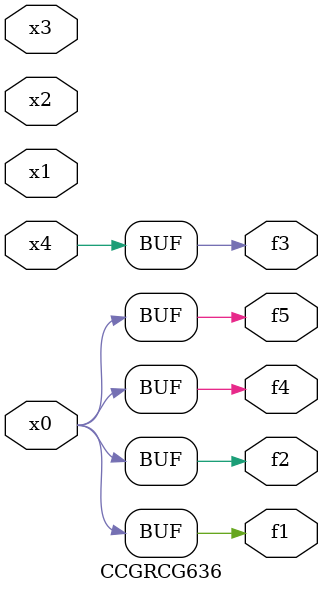
<source format=v>
module CCGRCG636(
	input x0, x1, x2, x3, x4,
	output f1, f2, f3, f4, f5
);
	assign f1 = x0;
	assign f2 = x0;
	assign f3 = x4;
	assign f4 = x0;
	assign f5 = x0;
endmodule

</source>
